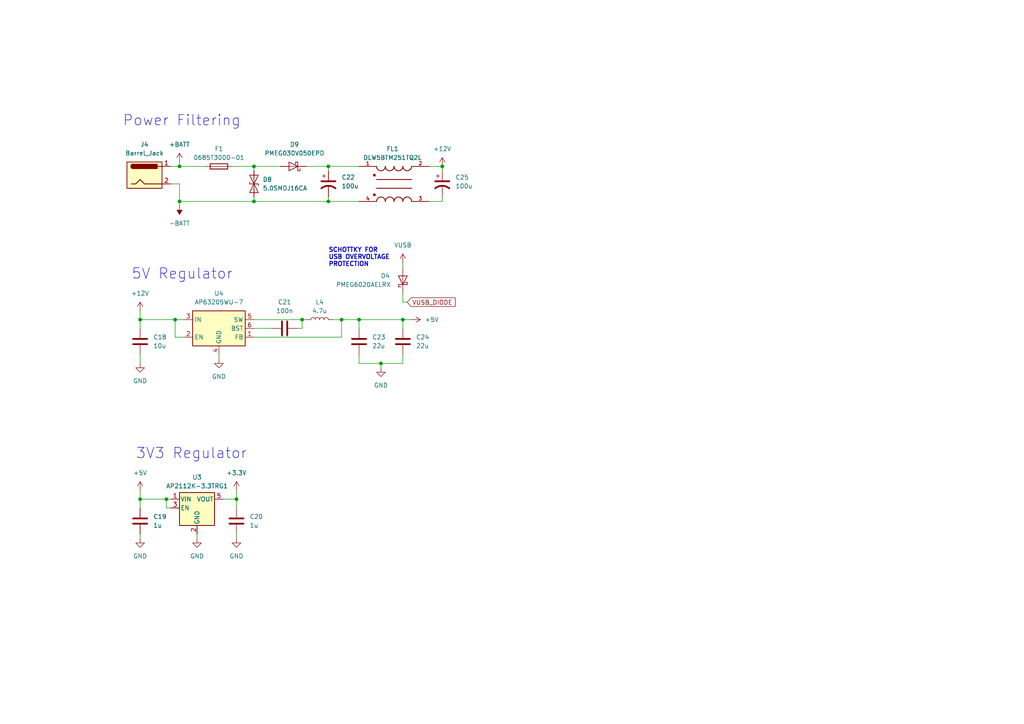
<source format=kicad_sch>
(kicad_sch (version 20230121) (generator eeschema)
  (paper "A4")
  (lib_symbols
    (symbol "Connector:Barrel_Jack" (pin_names (offset 1.016))
      (property "Reference" "J" (at 0 5.334 0))
      (property "Value" "Barrel_Jack" (at 0 -5.08 0))
      (symbol "Barrel_Jack_0_1"
        (rectangle (start -5.08 3.81) (end 5.08 -3.81) (stroke (width 0.254)) (fill (type background)))
        (arc (start -3.302 3.175) (mid -3.9343 2.54) (end -3.302 1.905) (stroke (width 0.254)))
        (arc (start -3.302 3.175) (mid -3.9343 2.54) (end -3.302 1.905) (stroke (width 0.254)) (fill (type outline)))
        (polyline (pts (xy 5.08 2.54) (xy 3.81 2.54)) (stroke (width 0.254)))
        (polyline (pts (xy -3.81 -2.54) (xy -2.54 -2.54) (xy -1.27 -1.27) (xy 0 -2.54) (xy 2.54 -2.54) (xy 5.08 -2.54)) (stroke (width 0.254)))
        (rectangle (start 3.683 3.175) (end -3.302 1.905) (stroke (width 0.254)) (fill (type outline)))
      )
      (symbol "Barrel_Jack_1_1"
        (pin passive line (at 7.62 2.54 180) (length 2.54) (name "~") (number "1"))
        (pin passive line (at 7.62 -2.54 180) (length 2.54) (name "~") (number "2"))
      )
    )
    (symbol "DLW5BTM251TQ2L:DLW5BTM251TQ2L" (pin_names (offset 1.016))
      (property "Reference" "FL" (at -5.08 6.35 0))
      (property "Value" "DLW5BTM251TQ2L" (at -5.08 -6.35 0))
      (symbol "DLW5BTM251TQ2L_0_0"
        (circle (center -5.715 -3.175) (radius 0.2032) (stroke (width 0.4064)))
        (circle (center -5.715 2.54) (radius 0.2032) (stroke (width 0.4064)))
        (arc (start -5.08 5.08) (mid -3.81 3.8155) (end -2.54 5.08) (stroke (width 0.254)))
        (arc (start -2.54 -5.08) (mid -3.81 -3.8155) (end -5.08 -5.08) (stroke (width 0.254)))
        (arc (start -2.54 5.08) (mid -1.27 3.8155) (end 0 5.08) (stroke (width 0.254)))
        (arc (start 0 -5.08) (mid -1.27 -3.8155) (end -2.54 -5.08) (stroke (width 0.254)))
        (polyline (pts (xy -5.08 -1.27) (xy 5.08 -1.27)) (stroke (width 0.254)))
        (polyline (pts (xy 5.08 1.27) (xy -5.08 1.27)) (stroke (width 0.254)))
        (arc (start 0 5.08) (mid 1.27 3.8155) (end 2.54 5.08) (stroke (width 0.254)))
        (arc (start 2.54 -5.08) (mid 1.27 -3.8155) (end 0 -5.08) (stroke (width 0.254)))
        (arc (start 2.54 5.08) (mid 3.81 3.8155) (end 5.08 5.08) (stroke (width 0.254)))
        (arc (start 5.08 -5.08) (mid 3.81 -3.8155) (end 2.54 -5.08) (stroke (width 0.254)))
        (pin passive line (at -10.16 5.08 0) (length 5.08) (name "~") (number "1"))
        (pin passive line (at 10.16 5.08 180) (length 5.08) (name "~") (number "2"))
        (pin passive line (at 10.16 -5.08 180) (length 5.08) (name "~") (number "3"))
        (pin passive line (at -10.16 -5.08 0) (length 5.08) (name "~") (number "4"))
      )
    )
    (symbol "Device:C" (pin_numbers hide) (pin_names (offset 0.254))
      (property "Reference" "C" (at 0.635 2.54 0))
      (property "Value" "C" (at 0.635 -2.54 0))
      (symbol "C_0_1"
        (polyline (pts (xy -2.032 -0.762) (xy 2.032 -0.762)) (stroke (width 0.508)))
        (polyline (pts (xy -2.032 0.762) (xy 2.032 0.762)) (stroke (width 0.508)))
      )
      (symbol "C_1_1"
        (pin passive line (at 0 3.81 270) (length 2.794) (name "~") (number "1"))
        (pin passive line (at 0 -3.81 90) (length 2.794) (name "~") (number "2"))
      )
    )
    (symbol "Device:C_Polarized_US" (pin_numbers hide) (pin_names (offset 0.254) hide)
      (property "Reference" "C" (at 0.635 2.54 0))
      (property "Value" "C_Polarized_US" (at 0.635 -2.54 0))
      (symbol "C_Polarized_US_0_1"
        (polyline (pts (xy -2.032 0.762) (xy 2.032 0.762)) (stroke (width 0.508)))
        (polyline (pts (xy -1.778 2.286) (xy -0.762 2.286)))
        (polyline (pts (xy -1.27 1.778) (xy -1.27 2.794)))
        (arc (start 2.032 -1.27) (mid 0 -0.5572) (end -2.032 -1.27) (stroke (width 0.508)))
      )
      (symbol "C_Polarized_US_1_1"
        (pin passive line (at 0 3.81 270) (length 2.794) (name "~") (number "1"))
        (pin passive line (at 0 -3.81 90) (length 3.302) (name "~") (number "2"))
      )
    )
    (symbol "Device:Fuse" (pin_numbers hide) (pin_names (offset 0))
      (property "Reference" "F" (at 2.032 0 90))
      (property "Value" "Fuse" (at -1.905 0 90))
      (symbol "Fuse_0_1"
        (rectangle (start -0.762 -2.54) (end 0.762 2.54) (stroke (width 0.254)))
        (polyline (pts (xy 0 2.54) (xy 0 -2.54)))
      )
      (symbol "Fuse_1_1"
        (pin passive line (at 0 3.81 270) (length 1.27) (name "~") (number "1"))
        (pin passive line (at 0 -3.81 90) (length 1.27) (name "~") (number "2"))
      )
    )
    (symbol "Device:L" (pin_numbers hide) (pin_names (offset 1.016) hide)
      (property "Reference" "L" (at -1.27 0 90))
      (property "Value" "L" (at 1.905 0 90))
      (symbol "L_0_1"
        (arc (start 0 -2.54) (mid 0.6323 -1.905) (end 0 -1.27))
        (arc (start 0 -1.27) (mid 0.6323 -0.635) (end 0 0))
        (arc (start 0 0) (mid 0.6323 0.635) (end 0 1.27))
        (arc (start 0 1.27) (mid 0.6323 1.905) (end 0 2.54))
      )
      (symbol "L_1_1"
        (pin passive line (at 0 3.81 270) (length 1.27) (name "1") (number "1"))
        (pin passive line (at 0 -3.81 90) (length 1.27) (name "2") (number "2"))
      )
    )
    (symbol "Diode:PMEG030V050EPD" (pin_numbers hide) (pin_names hide)
      (property "Reference" "D" (at 0 2.54 0))
      (property "Value" "PMEG030V050EPD" (at 0 -2.54 0))
      (symbol "PMEG030V050EPD_0_1"
        (polyline (pts (xy 1.27 0) (xy -1.27 0)))
        (polyline (pts (xy 1.27 1.27) (xy 1.27 -1.27) (xy -1.27 0) (xy 1.27 1.27)) (stroke (width 0.2032)))
        (polyline (pts (xy -1.905 0.635) (xy -1.905 1.27) (xy -1.27 1.27) (xy -1.27 -1.27) (xy -0.635 -1.27) (xy -0.635 -0.635)) (stroke (width 0.2032)))
      )
      (symbol "PMEG030V050EPD_1_1"
        (pin passive line (at 3.81 0 180) (length 2.54) (name "A") (number "1"))
        (pin passive line (at 3.81 0 180) (length 2.54) hide (name "A") (number "2"))
        (pin passive line (at -3.81 0 0) (length 2.54) (name "K") (number "3"))
      )
    )
    (symbol "Diode:PMEG6020AELR" (pin_numbers hide) (pin_names hide)
      (property "Reference" "D" (at 0 2.54 0))
      (property "Value" "PMEG6020AELR" (at 0 -2.54 0))
      (symbol "PMEG6020AELR_0_1"
        (polyline (pts (xy 1.27 0) (xy -1.27 0)))
        (polyline (pts (xy 1.27 1.27) (xy 1.27 -1.27) (xy -1.27 0) (xy 1.27 1.27)) (stroke (width 0.2032)))
        (polyline (pts (xy -1.905 0.635) (xy -1.905 1.27) (xy -1.27 1.27) (xy -1.27 -1.27) (xy -0.635 -1.27) (xy -0.635 -0.635)) (stroke (width 0.2032)))
      )
      (symbol "PMEG6020AELR_1_1"
        (pin passive line (at -3.81 0 0) (length 2.54) (name "K") (number "1"))
        (pin passive line (at 3.81 0 180) (length 2.54) (name "A") (number "2"))
      )
    )
    (symbol "Diode:SMAJ18CA" (pin_numbers hide) (pin_names (offset 1.016) hide)
      (property "Reference" "D" (at 0 2.54 0))
      (property "Value" "SMAJ18CA" (at 0 -2.54 0))
      (symbol "SMAJ18CA_0_1"
        (polyline (pts (xy 1.27 0) (xy -1.27 0)))
        (polyline (pts (xy -2.54 -1.27) (xy 0 0) (xy -2.54 1.27) (xy -2.54 -1.27)) (stroke (width 0.2032)))
        (polyline (pts (xy 0.508 1.27) (xy 0 1.27) (xy 0 -1.27) (xy -0.508 -1.27)) (stroke (width 0.2032)))
        (polyline (pts (xy 2.54 1.27) (xy 2.54 -1.27) (xy 0 0) (xy 2.54 1.27)) (stroke (width 0.2032)))
      )
      (symbol "SMAJ18CA_1_1"
        (pin passive line (at -3.81 0 0) (length 2.54) (name "A1") (number "1"))
        (pin passive line (at 3.81 0 180) (length 2.54) (name "A2") (number "2"))
      )
    )
    (symbol "Regulator_Linear:AP2112K-3.3" (pin_names (offset 0.254))
      (property "Reference" "U" (at -5.08 5.715 0))
      (property "Value" "AP2112K-3.3" (at 0 5.715 0))
      (symbol "AP2112K-3.3_0_1"
        (rectangle (start -5.08 4.445) (end 5.08 -5.08) (stroke (width 0.254)) (fill (type background)))
      )
      (symbol "AP2112K-3.3_1_1"
        (pin power_in line (at -7.62 2.54 0) (length 2.54) (name "VIN") (number "1"))
        (pin power_in line (at 0 -7.62 90) (length 2.54) (name "GND") (number "2"))
        (pin input line (at -7.62 0 0) (length 2.54) (name "EN") (number "3"))
        (pin no_connect line (at 5.08 0 180) (length 2.54) hide (name "NC") (number "4"))
        (pin power_out line (at 7.62 2.54 180) (length 2.54) (name "VOUT") (number "5"))
      )
    )
    (symbol "Regulator_Switching:AP63205WU"
      (property "Reference" "U" (at -7.62 6.35 0))
      (property "Value" "AP63205WU" (at 2.54 6.35 0))
      (symbol "AP63205WU_0_1"
        (rectangle (start -7.62 5.08) (end 7.62 -5.08) (stroke (width 0.254)) (fill (type background)))
      )
      (symbol "AP63205WU_1_1"
        (pin input line (at 10.16 -2.54 180) (length 2.54) (name "FB") (number "1"))
        (pin input line (at -10.16 -2.54 0) (length 2.54) (name "EN") (number "2"))
        (pin power_in line (at -10.16 2.54 0) (length 2.54) (name "IN") (number "3"))
        (pin power_in line (at 0 -7.62 90) (length 2.54) (name "GND") (number "4"))
        (pin output line (at 10.16 2.54 180) (length 2.54) (name "SW") (number "5"))
        (pin passive line (at 10.16 0 180) (length 2.54) (name "BST") (number "6"))
      )
    )
    (symbol "VUSB:VUSB" (power) (in_bom no) (on_board no)
      (property "Value" "VUSB" (at 6.35 -1.27 0))
      (symbol "VUSB_0_1"
        (polyline (pts (xy 5.588 -5.08) (xy 6.35 -3.81)))
        (polyline (pts (xy 6.35 -6.35) (xy 6.35 -3.81)))
        (polyline (pts (xy 6.35 -3.81) (xy 7.112 -5.08)))
      )
      (symbol "VUSB_1_1"
        (pin power_in line (at 6.35 -6.35 90) (length 0) hide (name "VUSB") (number "1"))
      )
    )
    (symbol "power:+12V" (power) (pin_names (offset 0))
      (property "Value" "+12V" (at 0 3.556 0))
      (symbol "+12V_0_1"
        (polyline (pts (xy -0.762 1.27) (xy 0 2.54)))
        (polyline (pts (xy 0 0) (xy 0 2.54)))
        (polyline (pts (xy 0 2.54) (xy 0.762 1.27)))
      )
      (symbol "+12V_1_1"
        (pin power_in line (at 0 0 90) (length 0) hide (name "+12V") (number "1"))
      )
    )
    (symbol "power:+3.3V" (power) (pin_names (offset 0))
      (property "Value" "+3.3V" (at 0 3.556 0))
      (symbol "+3.3V_0_1"
        (polyline (pts (xy -0.762 1.27) (xy 0 2.54)))
        (polyline (pts (xy 0 0) (xy 0 2.54)))
        (polyline (pts (xy 0 2.54) (xy 0.762 1.27)))
      )
      (symbol "+3.3V_1_1"
        (pin power_in line (at 0 0 90) (length 0) hide (name "+3.3V") (number "1"))
      )
    )
    (symbol "power:+5V" (power) (pin_names (offset 0))
      (property "Value" "+5V" (at 0 3.556 0))
      (symbol "+5V_0_1"
        (polyline (pts (xy -0.762 1.27) (xy 0 2.54)))
        (polyline (pts (xy 0 0) (xy 0 2.54)))
        (polyline (pts (xy 0 2.54) (xy 0.762 1.27)))
      )
      (symbol "+5V_1_1"
        (pin power_in line (at 0 0 90) (length 0) hide (name "+5V") (number "1"))
      )
    )
    (symbol "power:+BATT" (power) (pin_names (offset 0))
      (property "Value" "+BATT" (at 0 3.556 0))
      (symbol "+BATT_0_1"
        (polyline (pts (xy -0.762 1.27) (xy 0 2.54)))
        (polyline (pts (xy 0 0) (xy 0 2.54)))
        (polyline (pts (xy 0 2.54) (xy 0.762 1.27)))
      )
      (symbol "+BATT_1_1"
        (pin power_in line (at 0 0 90) (length 0) hide (name "+BATT") (number "1"))
      )
    )
    (symbol "power:-BATT" (power) (pin_names (offset 0))
      (property "Value" "-BATT" (at 0 3.556 0))
      (symbol "-BATT_0_1"
        (polyline (pts (xy 0 0) (xy 0 2.54)))
        (polyline (pts (xy 0.762 1.27) (xy -0.762 1.27) (xy 0 2.54) (xy 0.762 1.27)) (fill (type outline)))
      )
      (symbol "-BATT_1_1"
        (pin power_in line (at 0 0 90) (length 0) hide (name "-BATT") (number "1"))
      )
    )
    (symbol "power:GND" (power) (pin_names (offset 0))
      (property "Value" "GND" (at 0 -3.81 0))
      (symbol "GND_0_1"
        (polyline (pts (xy 0 0) (xy 0 -1.27) (xy 1.27 -1.27) (xy 0 -2.54) (xy -1.27 -1.27) (xy 0 -1.27)))
      )
      (symbol "GND_1_1"
        (pin power_in line (at 0 0 270) (length 0) hide (name "GND") (number "1"))
      )
    )
  )
  (junction (at 40.64 92.71))
  (junction (at 128.27 48.26))
  (junction (at 73.66 48.26))
  (junction (at 52.07 58.42))
  (junction (at 95.25 48.26))
  (junction (at 73.66 58.42))
  (junction (at 99.06 92.71))
  (junction (at 50.8 92.71))
  (junction (at 52.07 48.26))
  (junction (at 40.64 144.78))
  (junction (at 87.63 92.71))
  (junction (at 48.26 144.78))
  (junction (at 116.84 92.71))
  (junction (at 110.49 105.41))
  (junction (at 104.14 92.71))
  (junction (at 95.25 58.42))
  (junction (at 68.58 144.78))
  (wire (pts (xy 104.14 105.41) (xy 110.49 105.41)))
  (wire (pts (xy 52.07 58.42) (xy 73.66 58.42)))
  (wire (pts (xy 48.26 144.78) (xy 48.26 147.32)))
  (wire (pts (xy 110.49 105.41) (xy 116.84 105.41)))
  (wire (pts (xy 40.64 92.71) (xy 50.8 92.71)))
  (wire (pts (xy 88.9 48.26) (xy 95.25 48.26)))
  (wire (pts (xy 128.27 58.42) (xy 124.46 58.42)))
  (wire (pts (xy 64.77 144.78) (xy 68.58 144.78)))
  (wire (pts (xy 73.66 95.25) (xy 78.74 95.25)))
  (wire (pts (xy 67.31 48.26) (xy 73.66 48.26)))
  (wire (pts (xy 49.53 144.78) (xy 48.26 144.78)))
  (wire (pts (xy 87.63 92.71) (xy 88.9 92.71)))
  (wire (pts (xy 116.84 85.09) (xy 116.84 87.63)))
  (wire (pts (xy 116.84 92.71) (xy 116.84 95.25)))
  (wire (pts (xy 118.11 87.63) (xy 116.84 87.63)))
  (wire (pts (xy 40.64 102.87) (xy 40.64 105.41)))
  (wire (pts (xy 95.25 48.26) (xy 104.14 48.26)))
  (wire (pts (xy 104.14 92.71) (xy 116.84 92.71)))
  (wire (pts (xy 95.25 48.26) (xy 95.25 49.53)))
  (wire (pts (xy 73.66 92.71) (xy 87.63 92.71)))
  (wire (pts (xy 99.06 92.71) (xy 104.14 92.71)))
  (wire (pts (xy 63.5 102.87) (xy 63.5 104.14)))
  (wire (pts (xy 52.07 48.26) (xy 52.07 46.99)))
  (wire (pts (xy 53.34 92.71) (xy 50.8 92.71)))
  (wire (pts (xy 49.53 48.26) (xy 52.07 48.26)))
  (wire (pts (xy 116.84 92.71) (xy 119.38 92.71)))
  (wire (pts (xy 104.14 102.87) (xy 104.14 105.41)))
  (wire (pts (xy 73.66 48.26) (xy 81.28 48.26)))
  (wire (pts (xy 95.25 57.15) (xy 95.25 58.42)))
  (wire (pts (xy 57.15 154.94) (xy 57.15 156.21)))
  (wire (pts (xy 128.27 48.26) (xy 124.46 48.26)))
  (wire (pts (xy 50.8 97.79) (xy 53.34 97.79)))
  (wire (pts (xy 40.64 142.24) (xy 40.64 144.78)))
  (wire (pts (xy 52.07 48.26) (xy 59.69 48.26)))
  (wire (pts (xy 104.14 92.71) (xy 104.14 95.25)))
  (wire (pts (xy 99.06 97.79) (xy 99.06 92.71)))
  (wire (pts (xy 52.07 59.69) (xy 52.07 58.42)))
  (wire (pts (xy 40.64 147.32) (xy 40.64 144.78)))
  (wire (pts (xy 96.52 92.71) (xy 99.06 92.71)))
  (wire (pts (xy 86.36 95.25) (xy 87.63 95.25)))
  (wire (pts (xy 49.53 53.34) (xy 52.07 53.34)))
  (wire (pts (xy 73.66 49.53) (xy 73.66 48.26)))
  (wire (pts (xy 40.64 154.94) (xy 40.64 156.21)))
  (wire (pts (xy 48.26 147.32) (xy 49.53 147.32)))
  (wire (pts (xy 68.58 142.24) (xy 68.58 144.78)))
  (wire (pts (xy 128.27 57.15) (xy 128.27 58.42)))
  (wire (pts (xy 73.66 97.79) (xy 99.06 97.79)))
  (wire (pts (xy 73.66 58.42) (xy 95.25 58.42)))
  (wire (pts (xy 87.63 95.25) (xy 87.63 92.71)))
  (wire (pts (xy 110.49 105.41) (xy 110.49 106.68)))
  (wire (pts (xy 40.64 90.17) (xy 40.64 92.71)))
  (wire (pts (xy 116.84 76.2) (xy 116.84 77.47)))
  (wire (pts (xy 73.66 57.15) (xy 73.66 58.42)))
  (wire (pts (xy 68.58 144.78) (xy 68.58 147.32)))
  (wire (pts (xy 128.27 48.26) (xy 128.27 49.53)))
  (wire (pts (xy 116.84 105.41) (xy 116.84 102.87)))
  (wire (pts (xy 68.58 154.94) (xy 68.58 156.21)))
  (wire (pts (xy 40.64 95.25) (xy 40.64 92.71)))
  (wire (pts (xy 50.8 92.71) (xy 50.8 97.79)))
  (wire (pts (xy 40.64 144.78) (xy 48.26 144.78)))
  (wire (pts (xy 52.07 53.34) (xy 52.07 58.42)))
  (wire (pts (xy 95.25 58.42) (xy 104.14 58.42)))
  (text "5V Regulator\n" (at 38.1 81.28 0) (effects (font (size 3 3)) (justify left bottom)))
  (text "3V3 Regulator\n" (at 39.37 133.35 0) (effects (font (size 3 3)) (justify left bottom)))
  (text "Power Filtering" (at 35.56 36.83 0) (effects (font (size 3 3)) (justify left bottom)))
  (text "SCHOTTKY FOR\nUSB OVERVOLTAGE\nPROTECTION" (at 95.25 77.47 0) (effects (font (size 1.27 1.27) (thickness 0.254) bold) (justify left bottom)))
  (global_label "VUSB_DIODE" (shape input) (at 118.11 87.63 0) (property "Intersheetrefs" "${INTERSHEET_REFS}" (effects hide)))
  (symbol (lib_id "power:GND") (at 63.5 104.14 0) (unit 1)
    (property "Reference" "#PWR060" (effects hide))
    (property "Value" "GND" (at 63.5 109.22 0))
    (instances (project "central_hub" (path "" (reference "#PWR060") (unit 1))) (project "motor_board_pcb" (path "" (reference "#PWR060") (unit 1))) (project "LocalDesign" (path "" (reference "#PWR06") (unit 1))))
  )
  (symbol (lib_id "Device:C") (at 116.84 99.06 180) (unit 1)
    (property "Reference" "C24" (at 120.65 97.79 0) (effects (justify right)))
    (property "Value" "22u" (at 120.65 100.33 0) (effects (justify right)))
    (instances (project "central_hub" (path "" (reference "C24") (unit 1))) (project "motor_board_pcb" (path "" (reference "C24") (unit 1))) (project "LocalDesign" (path "" (reference "C6") (unit 1))))
  )
  (symbol (lib_id "power:+BATT") (at 52.07 46.99 0) (unit 1)
    (property "Reference" "#PWR057" (effects hide))
    (property "Value" "+BATT" (at 52.07 41.91 0))
    (instances (project "central_hub" (path "" (reference "#PWR057") (unit 1))) (project "motor_board_pcb" (path "" (reference "#PWR057") (unit 1))) (project "LocalDesign" (path "" (reference "#PWR016") (unit 1))))
  )
  (symbol (lib_id "Device:C") (at 40.64 99.06 180) (unit 1)
    (property "Reference" "C18" (at 44.45 97.79 0) (effects (justify right)))
    (property "Value" "10u" (at 44.45 100.33 0) (effects (justify right)))
    (instances (project "central_hub" (path "" (reference "C18") (unit 1))) (project "motor_board_pcb" (path "" (reference "C18") (unit 1))) (project "LocalDesign" (path "" (reference "C1") (unit 1))))
  )
  (symbol (lib_id "power:GND") (at 40.64 105.41 0) (unit 1)
    (property "Reference" "#PWR042" (effects hide))
    (property "Value" "GND" (at 40.64 110.49 0))
    (instances (project "central_hub" (path "" (reference "#PWR042") (unit 1))) (project "motor_board_pcb" (path "" (reference "#PWR042") (unit 1))) (project "LocalDesign" (path "" (reference "#PWR02") (unit 1))))
  )
  (symbol (lib_id "power:+12V") (at 40.64 90.17 0) (unit 1)
    (property "Reference" "#PWR041" (effects hide))
    (property "Value" "+12V" (at 40.64 85.09 0))
    (instances (project "central_hub" (path "" (reference "#PWR041") (unit 1))) (project "motor_board_pcb" (path "" (reference "#PWR041") (unit 1))) (project "LocalDesign" (path "" (reference "#PWR01") (unit 1))))
  )
  (symbol (lib_id "power:GND") (at 110.49 106.68 0) (unit 1)
    (property "Reference" "#PWR068" (effects hide))
    (property "Value" "GND" (at 110.49 111.76 0))
    (instances (project "central_hub" (path "" (reference "#PWR068") (unit 1))) (project "motor_board_pcb" (path "" (reference "#PWR068") (unit 1))) (project "LocalDesign" (path "" (reference "#PWR09") (unit 1))))
  )
  (symbol (lib_id "Diode:SMAJ18CA") (at 73.66 53.34 90) (unit 1)
    (property "Reference" "D8" (at 76.2 52.07 90) (effects (justify right)))
    (property "Value" "5.0SMDJ16CA" (at 76.2 54.61 90) (effects (justify right)))
    (instances (project "central_hub" (path "" (reference "D8") (unit 1))) (project "motor_board_pcb" (path "" (reference "D8") (unit 1))) (project "LocalDesign" (path "" (reference "D1") (unit 1))))
  )
  (symbol (lib_id "Device:C") (at 82.55 95.25 90) (unit 1)
    (property "Reference" "C21" (at 82.55 87.63 90))
    (property "Value" "100n" (at 82.55 90.17 90))
    (instances (project "central_hub" (path "" (reference "C21") (unit 1))) (project "motor_board_pcb" (path "" (reference "C21") (unit 1))) (project "LocalDesign" (path "" (reference "C4") (unit 1))))
  )
  (symbol (lib_id "VUSB:VUSB") (at 110.49 69.85 0) (unit 1) (in_bom no) (on_board no)
    (property "Reference" "#PWR037" (effects hide))
    (property "Value" "VUSB" (at 116.84 71.12 0))
    (instances (project "central_hub" (path "" (reference "#PWR037") (unit 1)) (path "" (reference "#PWR0117") (unit 1)) (path "" (reference "#PWR044") (unit 1))))
  )
  (symbol (lib_id "power:-BATT") (at 52.07 59.69 180) (unit 1)
    (property "Reference" "#PWR058" (effects hide))
    (property "Value" "-BATT" (at 52.07 64.77 0))
    (instances (project "central_hub" (path "" (reference "#PWR058") (unit 1))) (project "motor_board_pcb" (path "" (reference "#PWR058") (unit 1))) (project "LocalDesign" (path "" (reference "#PWR027") (unit 1))))
  )
  (symbol (lib_id "power:+12V") (at 128.27 48.26 0) (unit 1)
    (property "Reference" "#PWR070" (effects hide))
    (property "Value" "+12V" (at 128.27 43.18 0))
    (instances (project "central_hub" (path "" (reference "#PWR070") (unit 1))) (project "motor_board_pcb" (path "" (reference "#PWR070") (unit 1))) (project "LocalDesign" (path "" (reference "#PWR028") (unit 1))))
  )
  (symbol (lib_id "Regulator_Linear:AP2112K-3.3") (at 57.15 147.32 0) (unit 1)
    (property "Reference" "U3" (at 57.15 138.43 0))
    (property "Value" "AP2112K-3.3TRG1" (at 57.15 140.97 0))
    (property "Footprint" "Package_TO_SOT_SMD:SOT-23-5" (effects hide))
    (property "Datasheet" "https://www.diodes.com/assets/Datasheets/AP2112.pdf" (effects hide))
    (instances (project "central_hub" (path "" (reference "U3") (unit 1))) (project "motor_board_pcb" (path "" (reference "U3") (unit 1))) (project "LocalDesign" (path "" (reference "U1") (unit 1))))
  )
  (symbol (lib_id "power:GND") (at 68.58 156.21 0) (unit 1)
    (property "Reference" "#PWR062" (effects hide))
    (property "Value" "GND" (at 68.58 161.29 0))
    (instances (project "central_hub" (path "" (reference "#PWR062") (unit 1))) (project "motor_board_pcb" (path "" (reference "#PWR062") (unit 1))) (project "LocalDesign" (path "" (reference "#PWR08") (unit 1))))
  )
  (symbol (lib_id "Device:C_Polarized_US") (at 95.25 53.34 0) (unit 1)
    (property "Reference" "C22" (at 99.06 51.435 0) (effects (justify left)))
    (property "Value" "100u" (at 99.06 53.975 0) (effects (justify left)))
    (instances (project "central_hub" (path "" (reference "C22") (unit 1))) (project "motor_board_pcb" (path "" (reference "C22") (unit 1))) (project "LocalDesign" (path "" (reference "C17") (unit 1))))
  )
  (symbol (lib_id "Device:C") (at 40.64 151.13 180) (unit 1)
    (property "Reference" "C19" (at 44.45 149.86 0) (effects (justify right)))
    (property "Value" "1u" (at 44.45 152.4 0) (effects (justify right)))
    (instances (project "central_hub" (path "" (reference "C19") (unit 1))) (project "motor_board_pcb" (path "" (reference "C19") (unit 1))) (project "LocalDesign" (path "" (reference "C2") (unit 1))))
  )
  (symbol (lib_id "Diode:PMEG6020AELR") (at 116.84 81.28 90) (unit 1)
    (property "Reference" "D4" (at 111.76 80.01 90))
    (property "Value" "PMEG6020AELRX" (at 105.41 82.55 90))
    (property "Footprint" "Diode_SMD:Nexperia_CFP3_SOD-123W" (effects hide))
    (property "Datasheet" "https://assets.nexperia.com/documents/data-sheet/PMEG6020AELR.pdf" (effects hide))
    (instances (project "central_hub" (path "" (reference "D4") (unit 1)) (path "" (reference "D10") (unit 1)) (path "" (reference "D7") (unit 1))))
  )
  (symbol (lib_id "DLW5BTM251TQ2L:DLW5BTM251TQ2L") (at 114.3 53.34 0) (unit 1)
    (property "Reference" "FL1" (at 113.8428 43.18 0))
    (property "Value" "DLW5BTM251TQ2L" (at 113.8428 45.72 0))
    (property "Footprint" "DLW5BTM251TQ2L:FIL_DLW5BTM251TQ2L" (effects hide))
    (property "MF" "Murata" (effects hide))
    (property "MAXIMUM_PACKAGE_HEIGHT" "2.5 mm" (effects hide))
    (property "Package" "Horizontal-6 Murata" (effects hide))
    (property "Price" "None" (effects hide))
    (property "Check_prices" "https://www.snapeda.com/parts/DLW5BTM251TQ2L/Murata/view-part/?ref=eda" (effects hide))
    (property "STANDARD" "Manufacturer recommendations" (effects hide))
    (property "PARTREV" "N/A" (effects hide))
    (property "SnapEDA_Link" "https://www.snapeda.com/parts/DLW5BTM251TQ2L/Murata/view-part/?ref=snap" (effects hide))
    (property "MP" "DLW5BTM251TQ2L" (effects hide))
    (property "Purchase-URL" "https://www.snapeda.com/api/url_track_click_mouser/?unipart_id=779096&manufacturer=Murata&part_name=DLW5BTM251TQ2L&search_term=dlw5btm251tq2l" (effects hide))
    (property "Description" "\n2 Line Common Mode Choke Surface Mount 250 Ohms @ 100 MHz 5A DCR 20mOhm\n" (effects hide))
    (property "Availability" "In Stock" (effects hide))
    (property "MANUFACTURER" "Murata Electronics" (effects hide))
  )
  (symbol (lib_id "power:GND") (at 57.15 156.21 0) (unit 1)
    (property "Reference" "#PWR059" (effects hide))
    (property "Value" "GND" (at 57.15 161.29 0))
    (instances (project "central_hub" (path "" (reference "#PWR059") (unit 1))) (project "motor_board_pcb" (path "" (reference "#PWR059") (unit 1))) (project "LocalDesign" (path "" (reference "#PWR05") (unit 1))))
  )
  (symbol (lib_id "Diode:PMEG030V050EPD") (at 85.09 48.26 180) (unit 1)
    (property "Reference" "D9" (at 85.4075 41.91 0))
    (property "Value" "PMEG030V050EPD" (at 85.4075 44.45 0))
    (property "Footprint" "Package_TO_SOT_SMD:Nexperia_CFP15_SOT-1289" (effects hide))
    (property "Datasheet" "https://assets.nexperia.com/documents/data-sheet/PMEG030V050EPD.pdf" (effects hide))
    (instances (project "central_hub" (path "" (reference "D9") (unit 1))) (project "motor_board_pcb" (path "" (reference "D9") (unit 1))) (project "LocalDesign" (path "" (reference "D2") (unit 1))))
  )
  (symbol (lib_id "Device:Fuse") (at 63.5 48.26 90) (unit 1)
    (property "Reference" "F1" (at 63.5 43.18 90))
    (property "Value" "0685T3000-01" (at 63.5 45.72 90))
  )
  (symbol (lib_id "power:+5V") (at 119.38 92.71 270) (unit 1)
    (property "Reference" "#PWR069" (effects hide))
    (property "Value" "+5V" (at 123.19 92.71 90) (effects (justify left)))
    (instances (project "central_hub" (path "" (reference "#PWR069") (unit 1))) (project "motor_board_pcb" (path "" (reference "#PWR069") (unit 1))) (project "LocalDesign" (path "" (reference "#PWR010") (unit 1))))
  )
  (symbol (lib_id "Connector:Barrel_Jack") (at 41.91 50.8 0) (unit 1)
    (property "Reference" "J4" (at 41.91 41.91 0))
    (property "Value" "Barrel_Jack" (at 41.91 44.45 0))
    (instances (project "central_hub" (path "" (reference "J4") (unit 1))) (project "motor_board_pcb" (path "" (reference "J4") (unit 1))) (project "LocalDesign" (path "" (reference "J1") (unit 1))))
  )
  (symbol (lib_id "Regulator_Switching:AP63205WU") (at 63.5 95.25 0) (unit 1)
    (property "Reference" "U4" (at 63.5 85.09 0))
    (property "Value" "AP63205WU-7" (at 63.5 87.63 0))
    (property "Footprint" "Package_TO_SOT_SMD:TSOT-23-6" (effects hide))
    (property "Datasheet" "https://www.diodes.com/assets/Datasheets/AP63200-AP63201-AP63203-AP63205.pdf" (effects hide))
    (instances (project "central_hub" (path "" (reference "U4") (unit 1))) (project "motor_board_pcb" (path "" (reference "U4") (unit 1))) (project "LocalDesign" (path "" (reference "U2") (unit 1))))
  )
  (symbol (lib_id "power:+3.3V") (at 68.58 142.24 0) (unit 1)
    (property "Reference" "#PWR061" (effects hide))
    (property "Value" "+3.3V" (at 68.58 137.16 0))
    (instances (project "central_hub" (path "" (reference "#PWR061") (unit 1))) (project "motor_board_pcb" (path "" (reference "#PWR061") (unit 1))) (project "LocalDesign" (path "" (reference "#PWR07") (unit 1))))
  )
  (symbol (lib_id "Device:L") (at 92.71 92.71 90) (unit 1)
    (property "Reference" "L4" (at 92.71 87.63 90))
    (property "Value" "4.7u" (at 92.71 90.17 90))
    (instances (project "central_hub" (path "" (reference "L4") (unit 1))) (project "motor_board_pcb" (path "" (reference "L4") (unit 1))) (project "LocalDesign" (path "" (reference "L1") (unit 1))))
  )
  (symbol (lib_id "Device:C") (at 68.58 151.13 180) (unit 1)
    (property "Reference" "C20" (at 72.39 149.86 0) (effects (justify right)))
    (property "Value" "1u" (at 72.39 152.4 0) (effects (justify right)))
    (instances (project "central_hub" (path "" (reference "C20") (unit 1))) (project "motor_board_pcb" (path "" (reference "C20") (unit 1))) (project "LocalDesign" (path "" (reference "C3") (unit 1))))
  )
  (symbol (lib_id "power:+5V") (at 40.64 142.24 0) (unit 1)
    (property "Reference" "#PWR055" (effects hide))
    (property "Value" "+5V" (at 40.64 137.16 0))
    (instances (project "central_hub" (path "" (reference "#PWR055") (unit 1))) (project "motor_board_pcb" (path "" (reference "#PWR055") (unit 1))) (project "LocalDesign" (path "" (reference "#PWR03") (unit 1))))
  )
  (symbol (lib_id "Device:C") (at 104.14 99.06 180) (unit 1)
    (property "Reference" "C23" (at 107.95 97.79 0) (effects (justify right)))
    (property "Value" "22u" (at 107.95 100.33 0) (effects (justify right)))
    (instances (project "central_hub" (path "" (reference "C23") (unit 1))) (project "motor_board_pcb" (path "" (reference "C23") (unit 1))) (project "LocalDesign" (path "" (reference "C5") (unit 1))))
  )
  (symbol (lib_id "power:GND") (at 40.64 156.21 0) (unit 1)
    (property "Reference" "#PWR056" (effects hide))
    (property "Value" "GND" (at 40.64 161.29 0))
    (instances (project "central_hub" (path "" (reference "#PWR056") (unit 1))) (project "motor_board_pcb" (path "" (reference "#PWR056") (unit 1))) (project "LocalDesign" (path "" (reference "#PWR04") (unit 1))))
  )
  (symbol (lib_id "Device:C_Polarized_US") (at 128.27 53.34 0) (unit 1)
    (property "Reference" "C25" (at 132.08 51.435 0) (effects (justify left)))
    (property "Value" "100u" (at 132.08 53.975 0) (effects (justify left)))
    (instances (project "central_hub" (path "" (reference "C25") (unit 1))) (project "motor_board_pcb" (path "" (reference "C25") (unit 1))) (project "LocalDesign" (path "" (reference "C15") (unit 1))))
  )
)
</source>
